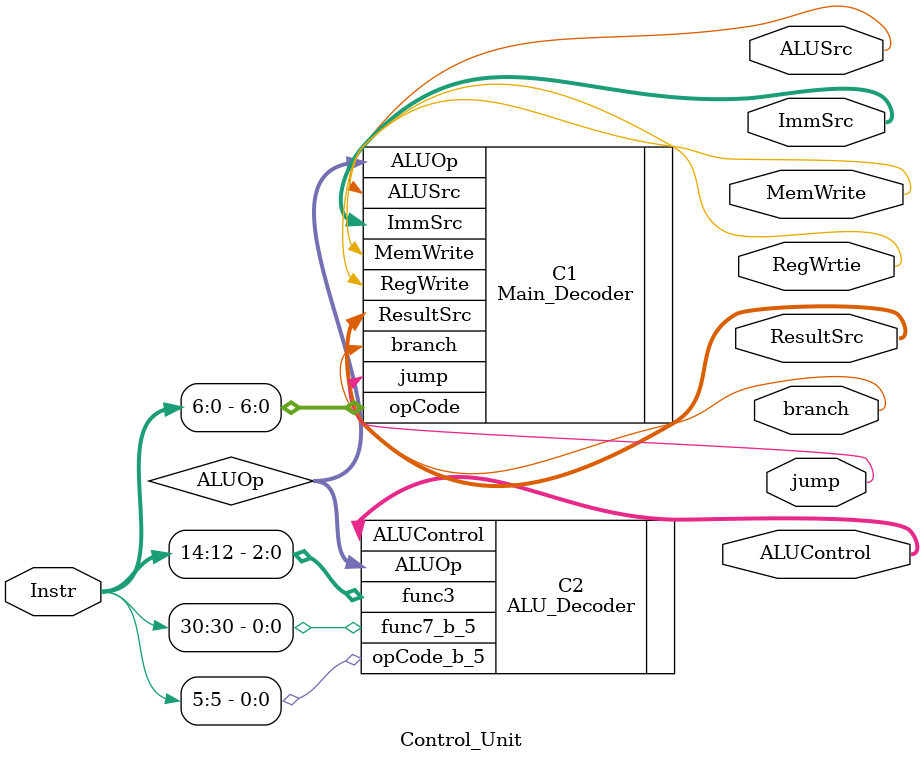
<source format=v>
`timescale 1ns / 1ps


module Control_Unit(
//input zero,
input [31:0] Instr,
//output PCSrc,
output branch,jump,
output [1:0] ResultSrc,
output MemWrite,
output ALUSrc,
output [1:0] ImmSrc,
output RegWrtie,
//output [1:0] ALUOp,
output [2:0] ALUControl
    );
    
   // wire branch,jump;
    wire [1:0] ALUOp;
        
   Main_Decoder C1(
            .opCode(Instr[6:0]),
            .branch(branch),
            .jump(jump),
            .ResultSrc(ResultSrc),
            .MemWrite(MemWrite),
            .ALUSrc(ALUSrc),
            .ImmSrc(ImmSrc),
            .RegWrite(RegWrtie),
            .ALUOp(ALUOp)
          );
        ALU_Decoder C2(
            .ALUOp(ALUOp),
            .func3(Instr[14:12]),
            .func7_b_5(Instr[30]),
            .opCode_b_5(Instr[5]),
            .ALUControl(ALUControl)
           );
    //assign PCSrc = (branch&zero) | jump;

endmodule

</source>
